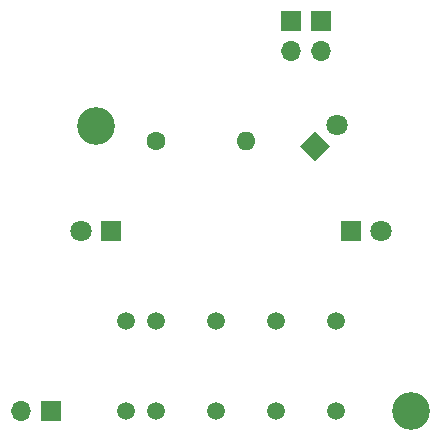
<source format=gts>
G04 #@! TF.GenerationSoftware,KiCad,Pcbnew,5.1.10*
G04 #@! TF.CreationDate,2021-05-04T21:09:51+02:00*
G04 #@! TF.ProjectId,Weichensimulator-links,57656963-6865-46e7-9369-6d756c61746f,rev?*
G04 #@! TF.SameCoordinates,Original*
G04 #@! TF.FileFunction,Soldermask,Top*
G04 #@! TF.FilePolarity,Negative*
%FSLAX46Y46*%
G04 Gerber Fmt 4.6, Leading zero omitted, Abs format (unit mm)*
G04 Created by KiCad (PCBNEW 5.1.10) date 2021-05-04 21:09:51*
%MOMM*%
%LPD*%
G01*
G04 APERTURE LIST*
%ADD10C,3.200000*%
%ADD11C,1.500000*%
%ADD12C,1.800000*%
%ADD13R,1.800000X1.800000*%
%ADD14C,0.100000*%
%ADD15O,1.600000X1.600000*%
%ADD16C,1.600000*%
%ADD17O,1.700000X1.700000*%
%ADD18R,1.700000X1.700000*%
G04 APERTURE END LIST*
D10*
X123190000Y-97790000D03*
D11*
X125730000Y-121920000D03*
X128270000Y-121920000D03*
X133350000Y-121920000D03*
X138430000Y-121920000D03*
X143510000Y-121920000D03*
X143510000Y-114300000D03*
X138430000Y-114300000D03*
X133350000Y-114300000D03*
X128270000Y-114300000D03*
X125730000Y-114300000D03*
D12*
X121920000Y-106680000D03*
D13*
X124460000Y-106680000D03*
X144780000Y-106680000D03*
D12*
X147320000Y-106680000D03*
X143596051Y-97703949D03*
D14*
G36*
X141800000Y-100772792D02*
G01*
X140527208Y-99500000D01*
X141800000Y-98227208D01*
X143072792Y-99500000D01*
X141800000Y-100772792D01*
G37*
D15*
X135890000Y-99060000D03*
D16*
X128270000Y-99060000D03*
D17*
X116840000Y-121920000D03*
D18*
X119380000Y-121920000D03*
X139700000Y-88900000D03*
D17*
X139700000Y-91440000D03*
X142240000Y-91440000D03*
D18*
X142240000Y-88900000D03*
D10*
X149860000Y-121920000D03*
M02*

</source>
